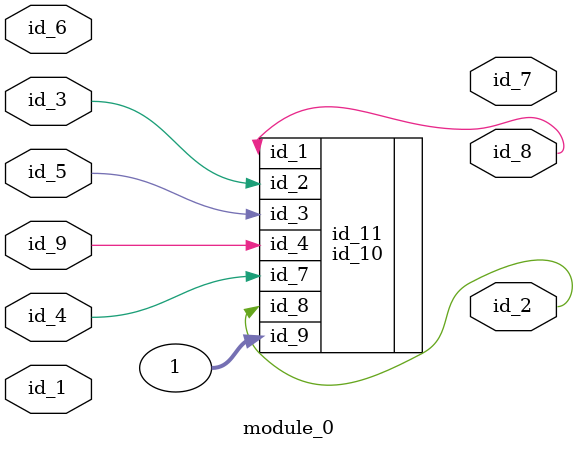
<source format=v>
module module_0 (
    id_1,
    id_2,
    id_3,
    id_4,
    id_5,
    id_6,
    id_7,
    id_8,
    id_9
);
  input id_9;
  output id_8;
  output id_7;
  input id_6;
  input id_5;
  input id_4;
  input id_3;
  output id_2;
  input id_1;
  id_10 id_11 (
      .id_9(1),
      .id_8(id_3[id_1]),
      .id_7(id_4),
      .id_4(id_8),
      .id_4(id_9),
      .id_2(id_3),
      .id_1(id_8),
      .id_8(id_7),
      .id_3(id_5),
      .id_1(id_8),
      .id_8(id_2)
  );
endmodule

</source>
